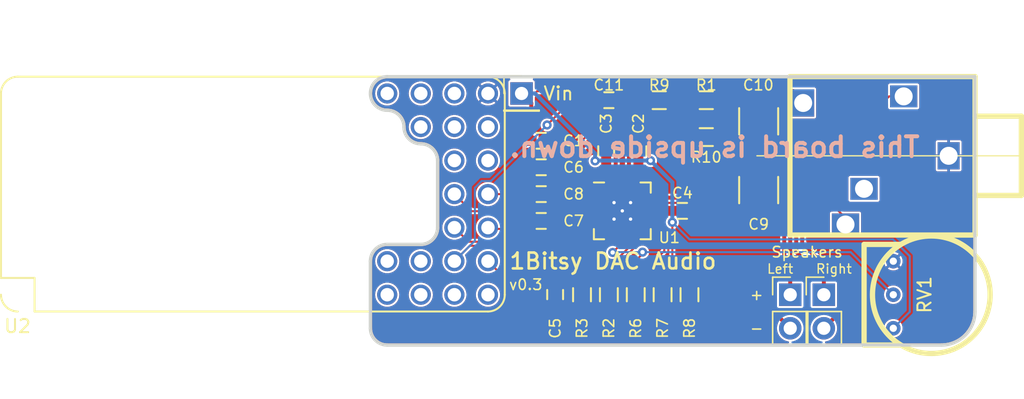
<source format=kicad_pcb>
(kicad_pcb (version 20221018) (generator pcbnew)
  (title_block (title "1UP Audio Repair") (date "2018-03-04") (rev "v0.3"))
  (layers (0 "F.Cu" signal) (31 "B.Cu" signal) (34 "B.Paste" user) (35 "F.Paste" user) (36 "B.SilkS" user "B.Silkscreen") (37 "F.SilkS" user "F.Silkscreen") (38 "B.Mask" user) (39 "F.Mask" user) (44 "Edge.Cuts" user))
  (net 0 "")
  (net 1 "VDD")
  (net 2 "GND")
  (net 3 "/VOL_ADC")
  (net 4 "Net-(C6-Pad1)")
  (net 5 "Net-(C7-Pad1)")
  (net 6 "/DAC_L")
  (net 7 "Net-(C8-Pad1)")
  (net 8 "/DAC_R")
  (net 9 "Net-(C9-Pad1)")
  (net 10 "Net-(C9-Pad2)")
  (net 11 "Net-(C10-Pad1)")
  (net 12 "Net-(C10-Pad2)")
  (net 13 "/TIP_SW")
  (net 14 "Net-(J2-Pad3)")
  (net 15 "Net-(J2-Pad4)")
  (net 16 "Net-(J4-Pad1)")
  (net 17 "Net-(J4-Pad2)")
  (net 18 "Net-(J6-Pad1)")
  (net 19 "Net-(J6-Pad2)")
  (net 20 "Net-(R2-Pad1)")
  (net 21 "Net-(R6-Pad1)")
  (net 22 "Net-(R6-Pad2)")
  (net 23 "/~{SHUTDOWN}")
  (net 24 "/MUTE")
  (net 25 "Net-(U2-Pad14)")
  (net 26 "+3V3")
  (net 27 "Net-(U2-Pad17)")
  (net 28 "Net-(U2-Pad37)")
  (net 29 "Net-(U2-Pad38)")
  (net 30 "Net-(U2-Pad39)")
  (net 31 "Net-(U2-Pad40)")
  (footprint "Capacitors_SMD:C_0603" (layer "F.Cu") (at 146.2652 82.3214)
    (fp_text reference "C1" (at 2.4384 0) (layer "F.SilkS") (effects (font (size 0.8 0.8) (thickness 0.12))))
    (fp_text value "10µF")
    (fp_line (start -0.35 -0.6) (end 0.35 -0.6) (stroke (width 0.15)) (layer "F.SilkS"))
    (fp_line (start 0.35 0.6) (end -0.35 0.6) (stroke (width 0.15)) (layer "F.SilkS"))
    (pad "1" smd rect (at -0.75 0) (size 0.8 0.75) (layers "F.Cu" "F.Paste" "F.Mask") (net 1 "VDD"))
    (pad "2" smd rect (at 0.75 0) (size 0.8 0.75) (layers "F.Cu" "F.Paste" "F.Mask") (net 2 "GND"))
  )
  (footprint "Capacitors_SMD:C_0603" (layer "F.Cu") (at 153.6192 83.0834 90)
    (fp_text reference "C2" (at 2.0574 0 90) (layer "F.SilkS") (effects (font (size 0.8 0.8) (thickness 0.12))))
    (fp_text value "100nF" hide)
    (fp_line (start -0.35 -0.6) (end 0.35 -0.6) (stroke (width 0.15)) (layer "F.SilkS"))
    (fp_line (start 0.35 0.6) (end -0.35 0.6) (stroke (width 0.15)) (layer "F.SilkS"))
    (pad "1" smd rect (at -0.75 0 90) (size 0.8 0.75) (layers "F.Cu" "F.Paste" "F.Mask") (net 1 "VDD"))
    (pad "2" smd rect (at 0.75 0 90) (size 0.8 0.75) (layers "F.Cu" "F.Paste" "F.Mask") (net 2 "GND"))
  )
  (footprint "Capacitors_SMD:C_0603" (layer "F.Cu") (at 151.1808 83.0834 90)
    (fp_text reference "C3" (at 2.0574 0 90) (layer "F.SilkS") (effects (font (size 0.8 0.8) (thickness 0.12))))
    (fp_text value "100nF" hide)
    (fp_line (start -0.35 -0.6) (end 0.35 -0.6) (stroke (width 0.15)) (layer "F.SilkS"))
    (fp_line (start 0.35 0.6) (end -0.35 0.6) (stroke (width 0.15)) (layer "F.SilkS"))
    (pad "1" smd rect (at -0.75 0 90) (size 0.8 0.75) (layers "F.Cu" "F.Paste" "F.Mask") (net 1 "VDD"))
    (pad "2" smd rect (at 0.75 0 90) (size 0.8 0.75) (layers "F.Cu" "F.Paste" "F.Mask") (net 2 "GND"))
  )
  (footprint "Capacitors_SMD:C_0603" (layer "F.Cu") (at 156.9466 87.63)
    (fp_text reference "C4" (at 0 -1.3462) (layer "F.SilkS") (effects (font (size 0.8 0.8) (thickness 0.12))))
    (fp_text value "100nF" hide)
    (fp_line (start -0.35 -0.6) (end 0.35 -0.6) (stroke (width 0.15)) (layer "F.SilkS"))
    (fp_line (start 0.35 0.6) (end -0.35 0.6) (stroke (width 0.15)) (layer "F.SilkS"))
    (pad "1" smd rect (at -0.75 0) (size 0.8 0.75) (layers "F.Cu" "F.Paste" "F.Mask") (net 1 "VDD"))
    (pad "2" smd rect (at 0.75 0) (size 0.8 0.75) (layers "F.Cu" "F.Paste" "F.Mask") (net 2 "GND"))
  )
  (footprint "Capacitors_SMD:C_0603" (layer "F.Cu") (at 147.32 93.968 -90)
    (fp_text reference "C5" (at 2.552 0 270) (layer "F.SilkS") (effects (font (size 0.8 0.8) (thickness 0.12))))
    (fp_text value "10nF")
    (fp_line (start -0.35 -0.6) (end 0.35 -0.6) (stroke (width 0.15)) (layer "F.SilkS"))
    (fp_line (start 0.35 0.6) (end -0.35 0.6) (stroke (width 0.15)) (layer "F.SilkS"))
    (pad "1" smd rect (at -0.75 0 270) (size 0.8 0.75) (layers "F.Cu" "F.Paste" "F.Mask") (net 3 "/VOL_ADC"))
    (pad "2" smd rect (at 0.75 0 270) (size 0.8 0.75) (layers "F.Cu" "F.Paste" "F.Mask") (net 2 "GND"))
  )
  (footprint "Capacitors_SMD:C_0603" (layer "F.Cu") (at 146.2659 84.328 180)
    (fp_text reference "C6" (at -2.4511 0 180) (layer "F.SilkS") (effects (font (size 0.8 0.8) (thickness 0.12))))
    (fp_text value "1µF")
    (fp_line (start -0.35 -0.6) (end 0.35 -0.6) (stroke (width 0.15)) (layer "F.SilkS"))
    (fp_line (start 0.35 0.6) (end -0.35 0.6) (stroke (width 0.15)) (layer "F.SilkS"))
    (pad "1" smd rect (at -0.75 0 180) (size 0.8 0.75) (layers "F.Cu" "F.Paste" "F.Mask") (net 4 "Net-(C6-Pad1)"))
    (pad "2" smd rect (at 0.75 0 180) (size 0.8 0.75) (layers "F.Cu" "F.Paste" "F.Mask") (net 2 "GND"))
  )
  (footprint "Capacitors_SMD:C_0603" (layer "F.Cu") (at 146.2659 88.392 180)
    (fp_text reference "C7" (at -2.4511 0 180) (layer "F.SilkS") (effects (font (size 0.8 0.8) (thickness 0.12))))
    (fp_text value "220nF")
    (fp_line (start -0.35 -0.6) (end 0.35 -0.6) (stroke (width 0.15)) (layer "F.SilkS"))
    (fp_line (start 0.35 0.6) (end -0.35 0.6) (stroke (width 0.15)) (layer "F.SilkS"))
    (pad "1" smd rect (at -0.75 0 180) (size 0.8 0.75) (layers "F.Cu" "F.Paste" "F.Mask") (net 5 "Net-(C7-Pad1)"))
    (pad "2" smd rect (at 0.75 0 180) (size 0.8 0.75) (layers "F.Cu" "F.Paste" "F.Mask") (net 6 "/DAC_L"))
  )
  (footprint "Capacitors_SMD:C_0603" (layer "F.Cu") (at 146.2659 86.36 180)
    (fp_text reference "C8" (at -2.4511 0 180) (layer "F.SilkS") (effects (font (size 0.8 0.8) (thickness 0.12))))
    (fp_text value "220nF")
    (fp_line (start -0.35 -0.6) (end 0.35 -0.6) (stroke (width 0.15)) (layer "F.SilkS"))
    (fp_line (start 0.35 0.6) (end -0.35 0.6) (stroke (width 0.15)) (layer "F.SilkS"))
    (pad "1" smd rect (at -0.75 0 180) (size 0.8 0.75) (layers "F.Cu" "F.Paste" "F.Mask") (net 7 "Net-(C8-Pad1)"))
    (pad "2" smd rect (at 0.75 0 180) (size 0.8 0.75) (layers "F.Cu" "F.Paste" "F.Mask") (net 8 "/DAC_R"))
  )
  (footprint "Capacitors_SMD:C_1210" (layer "F.Cu") (at 162.7124 86.0552 90)
    (fp_text reference "C9" (at -2.5908 0 180) (layer "F.SilkS") (effects (font (size 0.8 0.8) (thickness 0.12))))
    (fp_text value "220µF")
    (fp_line (start -1 1.475) (end 1 1.475) (stroke (width 0.15)) (layer "F.SilkS"))
    (fp_line (start 1 -1.475) (end -1 -1.475) (stroke (width 0.15)) (layer "F.SilkS"))
    (pad "1" smd rect (at -1.5 0 90) (size 1 2.5) (layers "F.Cu" "F.Paste" "F.Mask") (net 9 "Net-(C9-Pad1)"))
    (pad "2" smd rect (at 1.5 0 90) (size 1 2.5) (layers "F.Cu" "F.Paste" "F.Mask") (net 10 "Net-(C9-Pad2)"))
  )
  (footprint "Capacitors_SMD:C_1210" (layer "F.Cu") (at 162.7124 80.8482 -90)
    (fp_text reference "C10" (at -2.7432 0.0254) (layer "F.SilkS") (effects (font (size 0.8 0.8) (thickness 0.12))))
    (fp_text value "220µF")
    (fp_line (start -1 1.475) (end 1 1.475) (stroke (width 0.15)) (layer "F.SilkS"))
    (fp_line (start 1 -1.475) (end -1 -1.475) (stroke (width 0.15)) (layer "F.SilkS"))
    (pad "1" smd rect (at -1.5 0 270) (size 1 2.5) (layers "F.Cu" "F.Paste" "F.Mask") (net 11 "Net-(C10-Pad1)"))
    (pad "2" smd rect (at 1.5 0 270) (size 1 2.5) (layers "F.Cu" "F.Paste" "F.Mask") (net 12 "Net-(C10-Pad2)"))
  )
  (footprint "Capacitors_SMD:C_0603" (layer "F.Cu") (at 151.384 79.248 180)
    (fp_text reference "C11" (at 0 1.143 180) (layer "F.SilkS") (effects (font (size 0.8 0.8) (thickness 0.12))))
    (fp_text value "100nF")
    (fp_line (start -0.35 -0.6) (end 0.35 -0.6) (stroke (width 0.15)) (layer "F.SilkS"))
    (fp_line (start 0.35 0.6) (end -0.35 0.6) (stroke (width 0.15)) (layer "F.SilkS"))
    (pad "1" smd rect (at -0.75 0 180) (size 0.8 0.75) (layers "F.Cu" "F.Paste" "F.Mask") (net 13 "/TIP_SW"))
    (pad "2" smd rect (at 0.75 0 180) (size 0.8 0.75) (layers "F.Cu" "F.Paste" "F.Mask") (net 2 "GND"))
  )
  (footprint "Pin_Headers:Pin_Header_Straight_1x01_Pitch2.54mm" (layer "F.Cu") (at 144.78 78.74)
    (fp_text reference "J1")
    (fp_text value "Vin" (at 2.794 0) (layer "F.SilkS"))
    (fp_line (start -1.33 -1.33) (end 0 -1.33) (stroke (width 0.12)) (layer "F.SilkS"))
    (fp_line (start -1.33 0) (end -1.33 -1.33) (stroke (width 0.12)) (layer "F.SilkS"))
    (fp_line (start -1.33 1.27) (end -1.33 1.33) (stroke (width 0.12)) (layer "F.SilkS"))
    (fp_line (start -1.33 1.27) (end 1.33 1.27) (stroke (width 0.12)) (layer "F.SilkS"))
    (fp_line (start -1.33 1.33) (end 1.33 1.33) (stroke (width 0.12)) (layer "F.SilkS"))
    (fp_line (start 1.33 1.27) (end 1.33 1.33) (stroke (width 0.12)) (layer "F.SilkS"))
    (pad "1" thru_hole rect (at 0 0) (size 1.7 1.7) (drill 1) (layers "*.Cu" "*.Mask") (net 1 "VDD"))
  )
  (footprint "audio-repair:Switchcraft_35RAPC4BHN3" (layer "F.Cu") (at 179.08 83.46 180)
    (fp_text reference "J2")
    (fp_text value "Switchcraft_35RAPC4BHN3" hide)
    (fp_line (start -3.5 -3) (end -3.5 3) (stroke (width 0.4)) (layer "F.SilkS"))
    (fp_line (start -3.5 0) (end 16.5 0) (stroke (width 0.1)) (layer "F.SilkS"))
    (fp_line (start -3.5 3) (end 0 3) (stroke (width 0.4)) (layer "F.SilkS"))
    (fp_line (start 0 -6) (end 14 -6) (stroke (width 0.4)) (layer "F.SilkS"))
    (fp_line (start 0 -3) (end -3.5 -3) (stroke (width 0.4)) (layer "F.SilkS"))
    (fp_line (start 0 0) (end 0 -6) (stroke (width 0.4)) (layer "F.SilkS"))
    (fp_line (start 0 6) (end 0 0) (stroke (width 0.4)) (layer "F.SilkS"))
    (fp_line (start 14 -6) (end 14 6) (stroke (width 0.4)) (layer "F.SilkS"))
    (fp_line (start 14 6) (end 0 6) (stroke (width 0.4)) (layer "F.SilkS"))
    (pad "1" thru_hole rect (at 2 0 180) (size 1.66 2.06) (drill 1.36) (layers "*.Cu" "*.Mask") (net 2 "GND"))
    (pad "2" thru_hole rect (at 9.8 -5.2 180) (size 2.06 1.66) (drill 1.36) (layers "*.Cu" "*.Mask") (net 12 "Net-(C10-Pad2)"))
    (pad "3" thru_hole rect (at 8.4 -2.5 180) (size 2.06 1.66) (drill 1.36) (layers "*.Cu" "*.Mask") (net 14 "Net-(J2-Pad3)"))
    (pad "4" thru_hole rect (at 13 4 180) (size 1.66 2.06) (drill 1.36) (layers "*.Cu" "*.Mask") (net 15 "Net-(J2-Pad4)"))
    (pad "5" thru_hole rect (at 5.4 4.5 180) (size 2.06 1.66) (drill 1.36) (layers "*.Cu" "*.Mask") (net 10 "Net-(C9-Pad2)"))
  )
  (footprint "Pin_Headers:Pin_Header_Straight_1x02_Pitch2.54mm" (layer "F.Cu") (at 165.1 93.98)
    (fp_text reference "J4")
    (fp_text value "Left" (at -0.762 -1.9558) (layer "F.SilkS") (effects (font (size 0.7 0.7) (thickness 0.105))))
    (fp_line (start -1.33 -1.33) (end 0 -1.33) (stroke (width 0.12)) (layer "F.SilkS"))
    (fp_line (start -1.33 0) (end -1.33 -1.33) (stroke (width 0.12)) (layer "F.SilkS"))
    (fp_line (start -1.33 1.27) (end -1.33 3.87) (stroke (width 0.12)) (layer "F.SilkS"))
    (fp_line (start -1.33 1.27) (end 1.33 1.27) (stroke (width 0.12)) (layer "F.SilkS"))
    (fp_line (start -1.33 3.87) (end 1.33 3.87) (stroke (width 0.12)) (layer "F.SilkS"))
    (fp_line (start 1.33 1.27) (end 1.33 3.87) (stroke (width 0.12)) (layer "F.SilkS"))
    (pad "1" thru_hole rect (at 0 0) (size 1.7 1.7) (drill 1) (layers "*.Cu" "*.Mask") (net 16 "Net-(J4-Pad1)"))
    (pad "2" thru_hole oval (at 0 2.54) (size 1.7 1.7) (drill 1) (layers "*.Cu" "*.Mask") (net 17 "Net-(J4-Pad2)"))
  )
  (footprint "Pin_Headers:Pin_Header_Straight_1x02_Pitch2.54mm" (layer "F.Cu") (at 167.64 93.98)
    (fp_text reference "J6")
    (fp_text value "Right" (at 0.762 -1.9558) (layer "F.SilkS") (effects (font (size 0.7 0.7) (thickness 0.105))))
    (fp_line (start -1.33 -1.33) (end 0 -1.33) (stroke (width 0.12)) (layer "F.SilkS"))
    (fp_line (start -1.33 0) (end -1.33 -1.33) (stroke (width 0.12)) (layer "F.SilkS"))
    (fp_line (start -1.33 1.27) (end -1.33 3.87) (stroke (width 0.12)) (layer "F.SilkS"))
    (fp_line (start -1.33 1.27) (end 1.33 1.27) (stroke (width 0.12)) (layer "F.SilkS"))
    (fp_line (start -1.33 3.87) (end 1.33 3.87) (stroke (width 0.12)) (layer "F.SilkS"))
    (fp_line (start 1.33 1.27) (end 1.33 3.87) (stroke (width 0.12)) (layer "F.SilkS"))
    (pad "1" thru_hole rect (at 0 0) (size 1.7 1.7) (drill 1) (layers "*.Cu" "*.Mask") (net 18 "Net-(J6-Pad1)"))
    (pad "2" thru_hole oval (at 0 2.54) (size 1.7 1.7) (drill 1) (layers "*.Cu" "*.Mask") (net 19 "Net-(J6-Pad2)"))
  )
  (footprint "Resistors_SMD:R_0603" (layer "F.Cu") (at 158.75 79.248)
    (fp_text reference "R1" (at 0 -1.143) (layer "F.SilkS") (effects (font (size 0.8 0.8) (thickness 0.12))))
    (fp_text value "100K")
    (fp_line (start -0.5 -0.675) (end 0.5 -0.675) (stroke (width 0.15)) (layer "F.SilkS"))
    (fp_line (start 0.5 0.675) (end -0.5 0.675) (stroke (width 0.15)) (layer "F.SilkS"))
    (pad "1" smd rect (at -0.75 0) (size 0.5 0.9) (layers "F.Cu" "F.Paste" "F.Mask") (net 1 "VDD"))
    (pad "2" smd rect (at 0.75 0) (size 0.5 0.9) (layers "F.Cu" "F.Paste" "F.Mask") (net 15 "Net-(J2-Pad4)"))
  )
  (footprint "Resistors_SMD:R_0603" (layer "F.Cu") (at 151.384 93.98 -90)
    (fp_text reference "R2" (at 2.54 0 270) (layer "F.SilkS") (effects (font (size 0.8 0.8) (thickness 0.12))))
    (fp_text value "680K")
    (fp_line (start -0.5 -0.675) (end 0.5 -0.675) (stroke (width 0.15)) (layer "F.SilkS"))
    (fp_line (start 0.5 0.675) (end -0.5 0.675) (stroke (width 0.15)) (layer "F.SilkS"))
    (pad "1" smd rect (at -0.75 0 270) (size 0.5 0.9) (layers "F.Cu" "F.Paste" "F.Mask") (net 20 "Net-(R2-Pad1)"))
    (pad "2" smd rect (at 0.75 0 270) (size 0.5 0.9) (layers "F.Cu" "F.Paste" "F.Mask") (net 3 "/VOL_ADC"))
  )
  (footprint "Resistors_SMD:R_0603" (layer "F.Cu") (at 149.352 93.98 -90)
    (fp_text reference "R3" (at 2.54 0 270) (layer "F.SilkS") (effects (font (size 0.8 0.8) (thickness 0.12))))
    (fp_text value "1M")
    (fp_line (start -0.5 -0.675) (end 0.5 -0.675) (stroke (width 0.15)) (layer "F.SilkS"))
    (fp_line (start 0.5 0.675) (end -0.5 0.675) (stroke (width 0.15)) (layer "F.SilkS"))
    (pad "1" smd rect (at -0.75 0 270) (size 0.5 0.9) (layers "F.Cu" "F.Paste" "F.Mask") (net 3 "/VOL_ADC"))
    (pad "2" smd rect (at 0.75 0 270) (size 0.5 0.9) (layers "F.Cu" "F.Paste" "F.Mask") (net 2 "GND"))
  )
  (footprint "Resistors_SMD:R_0603" (layer "F.Cu") (at 153.416 93.98 90)
    (fp_text reference "R6" (at -2.54 0 90) (layer "F.SilkS") (effects (font (size 0.8 0.8) (thickness 0.12))))
    (fp_text value "33K")
    (fp_line (start -0.5 -0.675) (end 0.5 -0.675) (stroke (width 0.15)) (layer "F.SilkS"))
    (fp_line (start 0.5 0.675) (end -0.5 0.675) (stroke (width 0.15)) (layer "F.SilkS"))
    (pad "1" smd rect (at -0.75 0 90) (size 0.5 0.9) (layers "F.Cu" "F.Paste" "F.Mask") (net 21 "Net-(R6-Pad1)"))
    (pad "2" smd rect (at 0.75 0 90) (size 0.5 0.9) (layers "F.Cu" "F.Paste" "F.Mask") (net 22 "Net-(R6-Pad2)"))
  )
  (footprint "Resistors_SMD:R_0603" (layer "F.Cu") (at 155.448 93.98 -90)
    (fp_text reference "R7" (at 2.54 0 270) (layer "F.SilkS") (effects (font (size 0.8 0.8) (thickness 0.12))))
    (fp_text value "18K")
    (fp_line (start -0.5 -0.675) (end 0.5 -0.675) (stroke (width 0.15)) (layer "F.SilkS"))
    (fp_line (start 0.5 0.675) (end -0.5 0.675) (stroke (width 0.15)) (layer "F.SilkS"))
    (pad "1" smd rect (at -0.75 0 270) (size 0.5 0.9) (layers "F.Cu" "F.Paste" "F.Mask") (net 1 "VDD"))
    (pad "2" smd rect (at 0.75 0 270) (size 0.5 0.9) (layers "F.Cu" "F.Paste" "F.Mask") (net 21 "Net-(R6-Pad1)"))
  )
  (footprint "Resistors_SMD:R_0603" (layer "F.Cu") (at 157.48 93.98 90)
    (fp_text reference "R8" (at -2.54 0 90) (layer "F.SilkS") (effects (font (size 0.8 0.8) (thickness 0.12))))
    (fp_text value "33K")
    (fp_line (start -0.5 -0.675) (end 0.5 -0.675) (stroke (width 0.15)) (layer "F.SilkS"))
    (fp_line (start 0.5 0.675) (end -0.5 0.675) (stroke (width 0.15)) (layer "F.SilkS"))
    (pad "1" smd rect (at -0.75 0 90) (size 0.5 0.9) (layers "F.Cu" "F.Paste" "F.Mask") (net 21 "Net-(R6-Pad1)"))
    (pad "2" smd rect (at 0.75 0 90) (size 0.5 0.9) (layers "F.Cu" "F.Paste" "F.Mask") (net 2 "GND"))
  )
  (footprint "Resistors_SMD:R_0603" (layer "F.Cu") (at 155.194 79.248 180)
    (fp_text reference "R9" (at 0 1.143 180) (layer "F.SilkS") (effects (font (size 0.8 0.8) (thickness 0.12))))
    (fp_text value "51K")
    (fp_line (start -0.5 -0.675) (end 0.5 -0.675) (stroke (width 0.15)) (layer "F.SilkS"))
    (fp_line (start 0.5 0.675) (end -0.5 0.675) (stroke (width 0.15)) (layer "F.SilkS"))
    (pad "1" smd rect (at -0.75 0 180) (size 0.5 0.9) (layers "F.Cu" "F.Paste" "F.Mask") (net 15 "Net-(J2-Pad4)"))
    (pad "2" smd rect (at 0.75 0 180) (size 0.5 0.9) (layers "F.Cu" "F.Paste" "F.Mask") (net 13 "/TIP_SW"))
  )
  (footprint "Resistors_SMD:R_0603" (layer "F.Cu") (at 158.75 82.042)
    (fp_text reference "R10" (at 0 1.524) (layer "F.SilkS") (effects (font (size 0.8 0.8) (thickness 0.12))))
    (fp_text value "10K")
    (fp_line (start -0.5 -0.675) (end 0.5 -0.675) (stroke (width 0.15)) (layer "F.SilkS"))
    (fp_line (start 0.5 0.675) (end -0.5 0.675) (stroke (width 0.15)) (layer "F.SilkS"))
    (pad "1" smd rect (at -0.75 0) (size 0.5 0.9) (layers "F.Cu" "F.Paste" "F.Mask") (net 2 "GND"))
    (pad "2" smd rect (at 0.75 0) (size 0.5 0.9) (layers "F.Cu" "F.Paste" "F.Mask") (net 10 "Net-(C9-Pad2)"))
  )
  (footprint "audio-repair:Potentiometer_Bourns_3352T" (layer "F.Cu") (at 175.77 93.98 -90)
    (fp_text reference "RV1" (at 0 0.51 270) (layer "F.SilkS"))
    (fp_text value "50K")
    (fp_line (start -3.81 5.085) (end -3.81 2.4) (stroke (width 0.4)) (layer "F.SilkS"))
    (fp_line (start -3.81 5.085) (end 3.81 5.085) (stroke (width 0.4)) (layer "F.SilkS"))
    (fp_line (start 3.81 5.085) (end 3.81 2.4) (stroke (width 0.4)) (layer "F.SilkS"))
    (fp_circle (center 0 0) (end 0 -4.45) (stroke (width 0.4)) (fill none) (layer "F.SilkS"))
    (pad "1" thru_hole circle (at -2.54 2.875 270) (size 1.1 1.1) (drill 0.55) (layers "*.Cu" "*.Mask") (net 2 "GND"))
    (pad "2" thru_hole circle (at 0 2.875 270) (size 1.1 1.1) (drill 0.55) (layers "*.Cu" "*.Mask") (net 20 "Net-(R2-Pad1)"))
    (pad "3" thru_hole circle (at 2.54 2.875 270) (size 1.1 1.1) (drill 0.55) (layers "*.Cu" "*.Mask") (net 1 "VDD"))
  )
  (footprint "audio-repair:QFN-20-1EP_4x4mm_Pitch0.5mm" (layer "F.Cu") (at 152.4 87.63)
    (fp_text reference "U1" (at 3.556 2.032) (layer "F.SilkS") (effects (font (size 0.8 0.8) (thickness 0.12))))
    (fp_text value "PAM8019KGR" hide)
    (fp_line (start -2.15 -2.15) (end -1.375 -2.15) (stroke (width 0.15)) (layer "F.SilkS"))
    (fp_line (start -2.15 2.15) (end -2.15 1.375) (stroke (width 0.15)) (layer "F.SilkS"))
    (fp_line (start -2.15 2.15) (end -1.375 2.15) (stroke (width 0.15)) (layer "F.SilkS"))
    (fp_line (start 2.15 -2.15) (end 1.375 -2.15) (stroke (width 0.15)) (layer "F.SilkS"))
    (fp_line (start 2.15 -2.15) (end 2.15 -1.375) (stroke (width 0.15)) (layer "F.SilkS"))
    (fp_line (start 2.15 2.15) (end 1.375 2.15) (stroke (width 0.15)) (layer "F.SilkS"))
    (fp_line (start 2.15 2.15) (end 2.15 1.375) (stroke (width 0.15)) (layer "F.SilkS"))
    (pad "1" smd oval (at -1.965 -1) (size 0.73 0.3) (layers "F.Cu" "F.Paste" "F.Mask") (net 19 "Net-(J6-Pad2)"))
    (pad "2" smd oval (at -1.965 -0.5) (size 0.73 0.3) (layers "F.Cu" "F.Paste" "F.Mask") (net 11 "Net-(C10-Pad1)"))
    (pad "3" smd oval (at -1.965 0) (size 0.73 0.3) (layers "F.Cu" "F.Paste" "F.Mask") (net 23 "/~{SHUTDOWN}"))
    (pad "4" smd oval (at -1.965 0.5) (size 0.73 0.3) (layers "F.Cu" "F.Paste" "F.Mask") (net 4 "Net-(C6-Pad1)"))
    (pad "5" smd oval (at -1.965 1) (size 0.73 0.3) (layers "F.Cu" "F.Paste" "F.Mask") (net 7 "Net-(C8-Pad1)"))
    (pad "6" smd oval (at -1 1.965 90) (size 0.73 0.3) (layers "F.Cu" "F.Paste" "F.Mask") (net 2 "GND"))
    (pad "7" smd oval (at -0.5 1.965 90) (size 0.73 0.3) (layers "F.Cu" "F.Paste" "F.Mask") (net 5 "Net-(C7-Pad1)"))
    (pad "8" smd oval (at 0 1.965 90) (size 0.73 0.3) (layers "F.Cu" "F.Paste" "F.Mask") (net 20 "Net-(R2-Pad1)"))
    (pad "9" smd oval (at 0.5 1.965 90) (size 0.73 0.3) (layers "F.Cu" "F.Paste" "F.Mask") (net 24 "/MUTE"))
    (pad "10" smd oval (at 1 1.965 90) (size 0.73 0.3) (layers "F.Cu" "F.Paste" "F.Mask") (net 13 "/TIP_SW"))
    (pad "11" smd oval (at 1.965 1) (size 0.73 0.3) (layers "F.Cu" "F.Paste" "F.Mask") (net 2 "GND"))
    (pad "12" smd oval (at 1.965 0.5) (size 0.73 0.3) (layers "F.Cu" "F.Paste" "F.Mask") (net 22 "Net-(R6-Pad2)"))
    (pad "13" smd oval (at 1.965 0) (size 0.73 0.3) (layers "F.Cu" "F.Paste" "F.Mask") (net 1 "VDD"))
    (pad "14" smd oval (at 1.965 -0.5) (size 0.73 0.3) (layers "F.Cu" "F.Paste" "F.Mask") (net 9 "Net-(C9-Pad1)"))
    (pad "15" smd oval (at 1.965 -1) (size 0.73 0.3) (layers "F.Cu" "F.Paste" "F.Mask") (net 17 "Net-(J4-Pad2)"))
    (pad "16" smd oval (at 1 -1.965 90) (size 0.73 0.3) (layers "F.Cu" "F.Paste" "F.Mask") (net 1 "VDD"))
    (pad "17" smd oval (at 0.5 -1.965 90) (size 0.73 0.3) (layers "F.Cu" "F.Paste" "F.Mask") (net 16 "Net-(J4-Pad1)"))
    (pad "18" smd oval (at 0 -1.965 90) (size 0.73 0.3) (layers "F.Cu" "F.Paste" "F.Mask") (net 2 "GND"))
    (pad "19" smd oval (at -0.5 -1.965 90) (size 0.73 0.3) (layers "F.Cu" "F.Paste" "F.Mask") (net 18 "Net-(J6-Pad1)"))
    (pad "20" smd oval (at -1 -1.965 90) (size 0.73 0.3) (layers "F.Cu" "F.Paste" "F.Mask") (net 1 "VDD"))
    (pad "21" thru_hole circle (at -0.625 -0.625) (size 0.3 0.3) (drill 0.254) (layers "*.Cu" "*.Mask") (net 2 "GND"))
    (pad "21" smd rect (at -0.625 -0.625) (size 1.25 1.25) (layers "F.Cu" "F.Paste" "F.Mask") (net 2 "GND"))
    (pad "21" thru_hole circle (at -0.625 0.625) (size 0.3 0.3) (drill 0.254) (layers "*.Cu" "*.Mask") (net 2 "GND"))
    (pad "21" smd rect (at -0.625 0.625) (size 1.25 1.25) (layers "F.Cu" "F.Paste" "F.Mask") (net 2 "GND"))
    (pad "21" thru_hole circle (at 0 0) (size 0.3 0.3) (drill 0.254) (layers "*.Cu" "*.Mask") (net 2 "GND"))
    (pad "21" thru_hole circle (at 0.625 -0.625) (size 0.3 0.3) (drill 0.254) (layers "*.Cu" "*.Mask") (net 2 "GND"))
    (pad "21" smd rect (at 0.625 -0.625) (size 1.25 1.25) (layers "F.Cu" "F.Paste" "F.Mask") (net 2 "GND"))
    (pad "21" thru_hole circle (at 0.625 0.625) (size 0.3 0.3) (drill 0.254) (layers "*.Cu" "*.Mask") (net 2 "GND"))
    (pad "21" smd rect (at 0.625 0.625) (size 1.25 1.25) (layers "F.Cu" "F.Paste" "F.Mask") (net 2 "GND"))
  )
  (footprint "audio-repair:1bitsy-stub" (layer "F.Cu") (at 106.68 93.98 90)
    (fp_text reference "U2" (at -2.38 -0.02 180) (layer "F.SilkS"))
    (fp_text value "1bitsy-basic-stubby")
    (fp_line (start -1.27 1.27) (end -1.27 35.56) (stroke (width 0.15)) (layer "F.SilkS"))
    (fp_line (start 0 36.83) (end 15.24 36.83) (stroke (width 0.15)) (layer "F.SilkS"))
    (fp_line (start 1.27 -1.27) (end 1.27 1.27) (stroke (width 0.15)) (layer "F.SilkS"))
    (fp_line (start 1.27 -1.27) (end 15.24 -1.27) (stroke (width 0.15)) (layer "F.SilkS"))
    (fp_line (start 1.27 1.27) (end -1.27 1.27) (stroke (width 0.15)) (layer "F.SilkS"))
    (fp_line (start 16.51 35.56) (end 16.51 0) (stroke (width 0.15)) (layer "F.SilkS"))
    (fp_arc (start -1.27 0) (mid -0.898026 -0.898026) (end 0 -1.27) (stroke (width 0.15)) (layer "F.SilkS"))
    (fp_arc (start 0 36.83) (mid -0.898026 36.458026) (end -1.27 35.56) (stroke (width 0.15)) (layer "F.SilkS"))
    (fp_arc (start 15.24 -1.27) (mid 16.138026 -0.898026) (end 16.51 0) (stroke (width 0.15)) (layer "F.SilkS"))
    (fp_arc (start 16.51 35.56) (mid 16.138026 36.458026) (end 15.24 36.83) (stroke (width 0.15)) (layer "F.SilkS"))
    (pad "12" thru_hole circle (at 0 27.94) (size 1.524 1.524) (drill 1.016) (layers "*.Cu" "*.Mask"))
    (pad "13" thru_hole circle (at 0 30.48) (size 1.524 1.524) (drill 1.016) (layers "*.Cu" "*.Mask"))
    (pad "14" thru_hole circle (at 0 33.02) (size 1.524 1.524) (drill 1.016) (layers "*.Cu" "*.Mask") (net 25 "Net-(U2-Pad14)"))
    (pad "15" thru_hole circle (at 0 35.56) (size 1.524 1.524) (drill 1.016) (layers "*.Cu" "*.Mask") (net 26 "+3V3"))
    (pad "16" thru_hole circle (at 15.24 35.56) (size 1.524 1.524) (drill 1.016) (layers "*.Cu" "*.Mask") (net 2 "GND"))
    (pad "17" thru_hole circle (at 15.24 33.02) (size 1.524 1.524) (drill 1.016) (layers "*.Cu" "*.Mask") (net 27 "Net-(U2-Pad17)"))
    (pad "18" thru_hole circle (at 15.24 30.48) (size 1.524 1.524) (drill 1.016) (layers "*.Cu" "*.Mask"))
    (pad "19" thru_hole circle (at 15.24 27.94) (size 1.524 1.524) (drill 1.016) (layers "*.Cu" "*.Mask"))
    (pad "31" thru_hole circle (at 2.54 33.02) (size 1.524 1.524) (drill 1.016) (layers "*.Cu" "*.Mask") (net 13 "/TIP_SW"))
    (pad "32" thru_hole circle (at 2.54 35.56) (size 1.524 1.524) (drill 1.016) (layers "*.Cu" "*.Mask") (net 3 "/VOL_ADC"))
    (pad "33" thru_hole circle (at 5.08 33.02) (size 1.524 1.524) (drill 1.016) (layers "*.Cu" "*.Mask") (net 24 "/MUTE"))
    (pad "34" thru_hole circle (at 5.08 35.56) (size 1.524 1.524) (drill 1.016) (layers "*.Cu" "*.Mask") (net 23 "/~{SHUTDOWN}"))
    (pad "35" thru_hole circle (at 7.62 33.02) (size 1.524 1.524) (drill 1.016) (layers "*.Cu" "*.Mask") (net 6 "/DAC_L"))
    (pad "36" thru_hole circle (at 7.62 35.56) (size 1.524 1.524) (drill 1.016) (layers "*.Cu" "*.Mask") (net 8 "/DAC_R"))
    (pad "37" thru_hole circle (at 10.16 33.02) (size 1.524 1.524) (drill 1.016) (layers "*.Cu" "*.Mask") (net 28 "Net-(U2-Pad37)"))
    (pad "38" thru_hole circle (at 10.16 35.56) (size 1.524 1.524) (drill 1.016) (layers "*.Cu" "*.Mask") (net 29 "Net-(U2-Pad38)"))
    (pad "39" thru_hole circle (at 12.7 33.02) (size 1.524 1.524) (drill 1.016) (layers "*.Cu" "*.Mask") (net 30 "Net-(U2-Pad39)"))
    (pad "40" thru_hole circle (at 12.7 35.56) (size 1.524 1.524) (drill 1.016) (layers "*.Cu" "*.Mask") (net 31 "Net-(U2-Pad40)"))
    (pad "42" thru_hole circle (at 2.54 27.94) (size 1.524 1.524) (drill 1.016) (layers "*.Cu" "*.Mask"))
    (pad "43" thru_hole circle (at 2.54 30.48) (size 1.524 1.524) (drill 1.016) (layers "*.Cu" "*.Mask"))
    (pad "44" thru_hole circle (at 12.7 30.48) (size 1.524 1.524) (drill 1.016) (layers "*.Cu" "*.Mask"))
  )
  (gr_arc (start 134.62 97.79) (mid 133.721974 97.418026) (end 133.35 96.52) (stroke (width 0.254)) (layer "Edge.Cuts"))
  (gr_arc (start 179.07 95.25) (mid 178.326051 97.046051) (end 176.53 97.79) (stroke (width 0.254)) (layer "Edge.Cuts"))
  (gr_line (start 137.16 90.17) (end 134.62 90.17) (stroke (width 0.254)) (layer "Edge.Cuts"))
  (gr_line (start 138.43 88.9) (end 138.43 83.82) (stroke (width 0.254)) (layer "Edge.Cuts"))
  (gr_arc (start 137.16 82.55) (mid 138.058026 82.921974) (end 138.43 83.82) (stroke (width 0.254)) (layer "Edge.Cuts"))
  (gr_arc (start 138.43 88.9) (mid 138.058026 89.798026) (end 137.16 90.17) (stroke (width 0.254)) (layer "Edge.Cuts"))
  (gr_arc (start 134.62 80.01) (mid 135.518026 80.381974) (end 135.89 81.28) (stroke (width 0.254)) (layer "Edge.Cuts"))
  (gr_arc (start 137.16 82.55) (mid 136.261974 82.178026) (end 135.89 81.28) (stroke (width 0.254)) (layer "Edge.Cuts"))
  (gr_line (start 176.53 97.79) (end 134.62 97.79) (stroke (width 0.254)) (layer "Edge.Cuts"))
  (gr_line (start 134.62 77.47) (end 179.07 77.47) (stroke (width 0.254)) (layer "Edge.Cuts"))
  (gr_line (start 179.07 77.47) (end 179.07 95.25) (stroke (width 0.254)) (layer "Edge.Cuts"))
  (gr_arc (start 134.62 80.01) (mid 133.35 78.74) (end 134.62 77.47) (stroke (width 0.254)) (layer "Edge.Cuts"))
  (gr_line (start 133.35 91.44) (end 133.35 96.52) (stroke (width 0.254)) (layer "Edge.Cuts"))
  (gr_arc (start 133.35 91.44) (mid 133.721974 90.541974) (end 134.62 90.17) (stroke (width 0.254)) (layer "Edge.Cuts"))
  (gr_text "This board is upside down." (at 159.385 82.804) (layer "B.SilkS") (effects (font (size 1.5 1.5) (thickness 0.3)) (justify mirror)))
  (gr_text "+" (at 162.56 93.98) (layer "F.SilkS") (effects (font (size 0.8 0.8) (thickness 0.12))))
  (gr_text "-\n" (at 162.56 96.52) (layer "F.SilkS") (effects (font (size 0.8 0.8) (thickness 0.12))))
  (gr_text "1Bitsy DAC Audio" (at 143.764 91.44) (layer "F.SilkS") (effects (font (size 1.2 1.2) (thickness 0.2)) (justify left)))
  (gr_text "v0.3" (at 143.764 93.218) (layer "F.SilkS") (effects (font (size 0.8 0.8) (thickness 0.12)) (justify left)))
  (gr_text "Speakers" (at 166.37 90.7542) (layer "F.SilkS") (effects (font (size 0.8 0.8) (thickness 0.12))))
  (segment (start 153.4 85.665) (end 153.4 84.0526) (width 0.3) (layer "F.Cu") (net 1))
  (segment (start 145.5152 79.4752) (end 144.78 78.74) (width 0.3) (layer "F.Cu") (net 1))
  (segment (start 151.1808 83.8334) (end 150.3546 83.8334) (width 0.1524) (layer "F.Cu") (net 1))
  (segment (start 153.4 84.0526) (end 153.6192 83.8334) (width 0.3) (layer "F.Cu") (net 1))
  (segment (start 150.3546 83.8334) (end 150.3426 83.8454) (width 0.1524) (layer "F.Cu") (net 1))
  (segment (start 151.4 84.0526) (end 151.1808 83.8334) (width 0.3) (layer "F.Cu") (net 1))
  (segment (start 156.918999 78.569399) (end 157.5976 79.248) (width 0.1524) (layer "F.Cu") (net 1))
  (segment (start 145.7824 78.74) (end 145.953001 78.569399) (width 0.1524) (layer "F.Cu") (net 1))
  (segment (start 151.4 85.665) (end 151.4 84.0526) (width 0.3) (layer "F.Cu") (net 1))
  (segment (start 157.5976 79.248) (end 158 79.248) (width 0.1524) (layer "F.Cu") (net 1))
  (segment (start 156.1966 87.63) (end 154.365 87.63) (width 0.3) (layer "F.Cu") (net 1))
  (segment (start 144.78 78.74) (end 145.7824 78.74) (width 0.1524) (layer "F.Cu") (net 1))
  (segment (start 154.5202 83.8334) (end 154.5336 83.82) (width 0.1524) (layer "F.Cu") (net 1))
  (segment (start 145.953001 78.569399) (end 156.918999 78.569399) (width 0.1524) (layer "F.Cu") (net 1))
  (segment (start 156.1846 92.6934) (end 155.648 93.23) (width 0.1524) (layer "F.Cu") (net 1))
  (segment (start 156.1846 88.4936) (end 156.1846 92.6934) (width 0.1524) (layer "F.Cu") (net 1))
  (segment (start 155.648 93.23) (end 155.448 93.23) (width 0.1524) (layer "F.Cu") (net 1))
  (segment (start 153.6192 83.8334) (end 154.5202 83.8334) (width 0.1524) (layer "F.Cu") (net 1))
  (segment (start 145.5152 82.3214) (end 145.5152 79.4752) (width 0.3) (layer "F.Cu") (net 1))
  (segment (start 156.1966 87.63) (end 156.1966 88.4816) (width 0.1524) (layer "F.Cu") (net 1))
  (segment (start 156.1966 88.4816) (end 156.1846 88.4936) (width 0.1524) (layer "F.Cu") (net 1))
  (via (at 156.1846 88.4936) (size 0.6858) (drill 0.3302) (layers "F.Cu" "B.Cu") (net 1))
  (via (at 154.5336 83.82) (size 0.6858) (drill 0.3302) (layers "F.Cu" "B.Cu") (net 1))
  (via (at 150.3426 83.8454) (size 0.6858) (drill 0.3302) (layers "F.Cu" "B.Cu") (net 1))
  (segment (start 174.14 91.06) (end 174.14 95.275) (width 0.1524) (layer "B.Cu") (net 1))
  (segment (start 154.5336 83.82) (end 150.368 83.82) (width 0.3) (layer "B.Cu") (net 1))
  (segment (start 156.1846 88.4936) (end 156.1846 85.471) (width 0.3) (layer "B.Cu") (net 1))
  (segment (start 150.3426 83.2826) (end 145.8 78.74) (width 0.3) (layer "B.Cu") (net 1))
  (segment (start 172.869 89.789) (end 174.14 91.06) (width 0.1524) (layer "B.Cu") (net 1))
  (segment (start 173.444999 95.970001) (end 172.895 96.52) (width 0.1524) (layer "B.Cu") (net 1))
  (segment (start 145.8 78.74) (end 144.78 78.74) (width 0.3) (layer "B.Cu") (net 1))
  (segment (start 156.1846 85.471) (end 154.5336 83.82) (width 0.3) (layer "B.Cu") (net 1))
  (segment (start 157.48 89.789) (end 172.869 89.789) (width 0.1524) (layer "B.Cu") (net 1))
  (segment (start 174.14 95.275) (end 173.444999 95.970001) (width 0.1524) (layer "B.Cu") (net 1))
  (segment (start 150.368 83.82) (end 150.3426 83.8454) (width 0.1524) (layer "B.Cu") (net 1))
  (segment (start 150.3426 83.8454) (end 150.3426 83.2826) (width 0.3) (layer "B.Cu") (net 1))
  (segment (start 156.1846 88.4936) (end 157.48 89.789) (width 0.1524) (layer "B.Cu") (net 1))
  (segment (start 151.384 94.73) (end 151.184 94.73) (width 0.1524) (layer "F.Cu") (net 3))
  (segment (start 149.352 93.23) (end 147.332 93.23) (width 0.1524) (layer "F.Cu") (net 3))
  (segment (start 149.684 93.23) (end 149.352 93.23) (width 0.1524) (layer "F.Cu") (net 3))
  (segment (start 151.184 94.73) (end 149.684 93.23) (width 0.1524) (layer "F.Cu") (net 3))
  (segment (start 144.018 93.218) (end 142.24 91.44) (width 0.1524) (layer "F.Cu") (net 3))
  (segment (start 147.32 93.218) (end 144.018 93.218) (width 0.1524) (layer "F.Cu") (net 3))
  (segment (start 147.332 93.23) (end 147.32 93.218) (width 0.1524) (layer "F.Cu") (net 3))
  (segment (start 149.9176 88.13) (end 150.435 88.13) (width 0.1524) (layer "F.Cu") (net 4))
  (segment (start 150.427 88.138) (end 150.435 88.13) (width 0.1524) (layer "F.Cu") (net 4))
  (segment (start 147.0159 84.328) (end 147.0409 84.328) (width 0.1524) (layer "F.Cu") (net 4))
  (segment (start 147.0409 84.328) (end 147.8534 85.1405) (width 0.1524) (layer "F.Cu") (net 4))
  (segment (start 147.8534 86.0658) (end 149.9176 88.13) (width 0.1524) (layer "F.Cu") (net 4))
  (segment (start 147.8534 85.1405) (end 147.8534 86.0658) (width 0.1524) (layer "F.Cu") (net 4))
  (segment (start 148.28511 90.18861) (end 151.82379 90.18861) (width 0.1524) (layer "F.Cu") (net 5))
  (segment (start 151.9 90.1124) (end 151.9 89.595) (width 0.1524) (layer "F.Cu") (net 5))
  (segment (start 147.0159 88.392) (end 147.0159 88.9194) (width 0.1524) (layer "F.Cu") (net 5))
  (segment (start 147.0159 88.9194) (end 148.28511 90.18861) (width 0.1524) (layer "F.Cu") (net 5))
  (segment (start 151.82379 90.18861) (end 151.9 90.1124) (width 0.1524) (layer "F.Cu") (net 5))
  (segment (start 144.2269 87.6554) (end 144.9635 88.392) (width 0.1524) (layer "F.Cu") (net 6))
  (segment (start 140.9954 87.6554) (end 144.2269 87.6554) (width 0.1524) (layer "F.Cu") (net 6))
  (segment (start 144.9635 88.392) (end 145.5159 88.392) (width 0.1524) (layer "F.Cu") (net 6))
  (segment (start 139.7 86.36) (end 140.9954 87.6554) (width 0.1524) (layer "F.Cu") (net 6))
  (segment (start 147.0159 86.36) (end 147.5683 86.36) (width 0.1524) (layer "F.Cu") (net 7))
  (segment (start 147.5683 86.36) (end 149.8383 88.63) (width 0.1524) (layer "F.Cu") (net 7))
  (segment (start 149.8383 88.63) (end 149.9176 88.63) (width 0.1524) (layer "F.Cu") (net 7))
  (segment (start 149.9176 88.63) (end 150.435 88.63) (width 0.1524) (layer "F.Cu") (net 7))
  (segment (start 142.24 86.36) (end 143.31763 86.36) (width 0.1524) (layer "F.Cu") (net 8))
  (segment (start 143.31763 86.36) (end 145.5159 86.36) (width 0.1524) (layer "F.Cu") (net 8))
  (segment (start 154.8824 87.13) (end 154.986001 87.026399) (width 0.1524) (layer "F.Cu") (net 9))
  (segment (start 158.808282 87.5552) (end 159.6658 87.5552) (width 0.1524) (layer "F.Cu") (net 9))
  (segment (start 158.279481 87.026399) (end 158.808282 87.5552) (width 0.1524) (layer "F.Cu") (net 9))
  (segment (start 154.365 87.13) (end 154.8824 87.13) (width 0.1524) (layer "F.Cu") (net 9))
  (segment (start 159.6658 87.5552) (end 162.7124 87.5552) (width 0.1524) (layer "F.Cu") (net 9))
  (segment (start 154.986001 87.026399) (end 158.279481 87.026399) (width 0.1524) (layer "F.Cu") (net 9))
  (segment (start 161.593718 81.3054) (end 170.2322 81.3054) (width 0.1524) (layer "F.Cu") (net 10))
  (segment (start 160.857118 82.042) (end 160.857118 83.449918) (width 0.1524) (layer "F.Cu") (net 10))
  (segment (start 160.857118 82.042) (end 161.233799 81.665319) (width 0.1524) (layer "F.Cu") (net 10))
  (segment (start 159.5 82.042) (end 160.857118 82.042) (width 0.1524) (layer "F.Cu") (net 10))
  (segment (start 161.233799 81.665319) (end 161.593718 81.3054) (width 0.1524) (layer "F.Cu") (net 10))
  (segment (start 170.2322 81.3054) (end 172.5776 78.96) (width 0.1524) (layer "F.Cu") (net 10))
  (segment (start 161.9624 84.5552) (end 162.7124 84.5552) (width 0.1524) (layer "F.Cu") (net 10))
  (segment (start 172.5776 78.96) (end 173.68 78.96) (width 0.1524) (layer "F.Cu") (net 10))
  (segment (start 160.857118 83.449918) (end 161.9624 84.5552) (width 0.1524) (layer "F.Cu") (net 10))
  (segment (start 151.014444 80.645) (end 148.5646 83.094844) (width 0.1524) (layer "F.Cu") (net 11))
  (segment (start 148.5646 83.094844) (end 148.5646 85.777) (width 0.1524) (layer "F.Cu") (net 11))
  (segment (start 162.7124 79.3482) (end 162.7124 80.0006) (width 0.1524) (layer "F.Cu") (net 11))
  (segment (start 148.5646 85.777) (end 149.9176 87.13) (width 0.1524) (layer "F.Cu") (net 11))
  (segment (start 149.9176 87.13) (end 150.435 87.13) (width 0.1524) (layer "F.Cu") (net 11))
  (segment (start 162.7124 80.0006) (end 162.068 80.645) (width 0.1524) (layer "F.Cu") (net 11))
  (segment (start 162.068 80.645) (end 151.014444 80.645) (width 0.1524) (layer "F.Cu") (net 11))
  (segment (start 163.4624 82.3482) (end 169.28 88.1658) (width 0.1524) (layer "F.Cu") (net 12))
  (segment (start 162.7124 82.3482) (end 163.4624 82.3482) (width 0.1524) (layer "F.Cu") (net 12))
  (segment (start 169.28 88.1658) (end 169.28 88.66) (width 0.1524) (layer "F.Cu") (net 12))
  (segment (start 147.828 80.01) (end 151.347 80.01) (width 0.1524) (layer "F.Cu") (net 13))
  (segment (start 140.868389 90.271611) (end 143.993345 90.271611) (width 0.1524) (layer "F.Cu") (net 13))
  (segment (start 152.109 79.248) (end 152.134 79.248) (width 0.1524) (layer "F.Cu") (net 13))
  (segment (start 151.347 80.01) (end 152.109 79.248) (width 0.1524) (layer "F.Cu") (net 13))
  (segment (start 153.4 90.326888) (end 153.4 90.1124) (width 0.1524) (layer "F.Cu") (net 13))
  (segment (start 152.134 79.248) (end 154.444 79.248) (width 0.1524) (layer "F.Cu") (net 13))
  (segment (start 139.7 91.44) (end 140.868389 90.271611) (width 0.1524) (layer "F.Cu") (net 13))
  (segment (start 153.4 90.1124) (end 153.4 89.595) (width 0.1524) (layer "F.Cu") (net 13))
  (segment (start 143.993345 90.271611) (end 145.378044 91.65631) (width 0.1524) (layer "F.Cu") (net 13))
  (segment (start 145.378044 91.65631) (end 152.070578 91.65631) (width 0.1524) (layer "F.Cu") (net 13))
  (segment (start 152.070578 91.65631) (end 153.4 90.326888) (width 0.1524) (layer "F.Cu") (net 13))
  (segment (start 146.711303 81.126697) (end 147.828 80.01) (width 0.1524) (layer "F.Cu") (net 13))
  (via (at 146.711303 81.126697) (size 0.6858) (drill 0.3302) (layers "F.Cu" "B.Cu") (net 13))
  (segment (start 141.249399 89.890601) (end 141.249399 85.884511) (width 0.1524) (layer "B.Cu") (net 13))
  (segment (start 141.764511 85.369399) (end 142.468601 85.369399) (width 0.1524) (layer "B.Cu") (net 13))
  (segment (start 142.468601 85.369399) (end 146.711303 81.126697) (width 0.1524) (layer "B.Cu") (net 13))
  (segment (start 139.7 91.44) (end 141.249399 89.890601) (width 0.1524) (layer "B.Cu") (net 13))
  (segment (start 141.249399 85.884511) (end 141.764511 85.369399) (width 0.1524) (layer "B.Cu") (net 13))
  (segment (start 155.944 79.248) (end 156.3464 79.248) (width 0.1524) (layer "F.Cu") (net 15))
  (segment (start 159.9024 79.248) (end 159.5 79.248) (width 0.1524) (layer "F.Cu") (net 15))
  (segment (start 156.3464 79.248) (end 157.025001 79.926601) (width 0.1524) (layer "F.Cu") (net 15))
  (segment (start 157.025001 79.926601) (end 158.418999 79.926601) (width 0.1524) (layer "F.Cu") (net 15))
  (segment (start 165.354 78.486) (end 160.6644 78.486) (width 0.1524) (layer "F.Cu") (net 15))
  (segment (start 166.08 79.212) (end 165.354 78.486) (width 0.1524) (layer "F.Cu") (net 15))
  (segment (start 158.418999 79.926601) (end 159.0976 79.248) (width 0.1524) (layer "F.Cu") (net 15))
  (segment (start 160.6644 78.486) (end 159.9024 79.248) (width 0.1524) (layer "F.Cu") (net 15))
  (segment (start 159.0976 79.248) (end 159.5 79.248) (width 0.1524) (layer "F.Cu") (net 15))
  (segment (start 166.08 79.46) (end 166.08 79.212) (width 0.1524) (layer "F.Cu") (net 15))
  (segment (start 155.978199 83.130999) (end 153.002279 83.130999) (width 0.3) (layer "F.Cu") (net 16))
  (segment (start 165.1 93.98) (end 165.1 86.993074) (width 0.3) (layer "F.Cu") (net 16))
  (segment (start 159.151789 86.296189) (end 159.147589 86.300389) (width 0.3) (layer "F.Cu") (net 16))
  (segment (start 164.403115 86.296189) (end 159.151789 86.296189) (width 0.3) (layer "F.Cu") (net 16))
  (segment (start 153.002279 83.130999) (end 152.9 83.233278) (width 0.3) (layer "F.Cu") (net 16))
  (segment (start 165.1 86.993074) (end 164.403115 86.296189) (width 0.3) (layer "F.Cu") (net 16))
  (segment (start 159.147589 86.300389) (end 159.143389 86.296189) (width 0.3) (layer "F.Cu") (net 16))
  (segment (start 152.9 83.233278) (end 152.9 85) (width 0.3) (layer "F.Cu") (net 16))
  (segment (start 152.9 85) (end 152.9 85.665) (width 0.3) (layer "F.Cu") (net 16))
  (segment (start 159.147589 86.300389) (end 155.978199 83.130999) (width 0.3) (layer "F.Cu") (net 16))
  (segment (start 158.941401 86.752799) (end 158.818602 86.63) (width 0.3) (layer "F.Cu") (net 17))
  (segment (start 164.276201 86.816201) (end 164.64759 87.18759) (width 0.3) (layer "F.Cu") (net 17))
  (segment (start 163.947599 92.888079) (end 163.947599 95.367599) (width 0.3) (layer "F.Cu") (net 17))
  (segment (start 158.818602 86.63) (end 154.365 86.63) (width 0.3) (layer "F.Cu") (net 17))
  (segment (start 164.219921 86.752799) (end 158.941401 86.752799) (width 0.3) (layer "F.Cu") (net 17))
  (segment (start 164.276201 86.809079) (end 164.219921 86.752799) (width 0.3) (layer "F.Cu") (net 17))
  (segment (start 164.276201 86.809079) (end 164.215721 86.748599) (width 0.3) (layer "F.Cu") (net 17))
  (segment (start 165.1 96.52) (end 163.947599 95.367599) (width 0.3) (layer "F.Cu") (net 17))
  (segment (start 164.64759 87.18759) (end 164.64759 92.188088) (width 0.3) (layer "F.Cu") (net 17))
  (segment (start 164.276201 86.809079) (end 164.276201 86.816201) (width 0.3) (layer "F.Cu") (net 17))
  (segment (start 164.64759 92.188088) (end 163.947599 92.888079) (width 0.3) (layer "F.Cu") (net 17))
  (segment (start 167.64 92.83) (end 165.55241 90.74241) (width 0.3) (layer "F.Cu") (net 18))
  (segment (start 151.9 85) (end 151.9 85.665) (width 0.3) (layer "F.Cu") (net 18))
  (segment (start 151.9 82.733278) (end 151.9 85) (width 0.3) (layer "F.Cu") (net 18))
  (segment (start 159.330783 85.843779) (end 155.118003 81.630999) (width 0.3) (layer "F.Cu") (net 18))
  (segment (start 164.590509 85.843779) (end 159.330783 85.843779) (width 0.3) (layer "F.Cu") (net 18))
  (segment (start 155.118003 81.630999) (end 153.002279 81.630999) (width 0.3) (layer "F.Cu") (net 18))
  (segment (start 165.552409 86.805679) (end 164.590509 85.843779) (width 0.3) (layer "F.Cu") (net 18))
  (segment (start 167.64 93.98) (end 167.64 92.83) (width 0.3) (layer "F.Cu") (net 18))
  (segment (start 165.55241 90.74241) (end 165.552409 86.805679) (width 0.3) (layer "F.Cu") (net 18))
  (segment (start 153.002279 81.630999) (end 151.9 82.733278) (width 0.3) (layer "F.Cu") (net 18))
  (segment (start 168.792401 92.888079) (end 166.00482 90.100498) (width 0.3) (layer "F.Cu") (net 19))
  (segment (start 155.305397 81.178589) (end 151.016289 81.178589) (width 0.3) (layer "F.Cu") (net 19))
  (segment (start 161.220479 85.357601) (end 161.216279 85.353401) (width 0.3) (layer "F.Cu") (net 19))
  (segment (start 167.64 96.52) (end 168.792401 95.367599) (width 0.3) (layer "F.Cu") (net 19))
  (segment (start 166.00482 90.100498) (end 166.00482 86.618286) (width 0.3) (layer "F.Cu") (net 19))
  (segment (start 168.792401 95.367599) (end 168.792401 92.888079) (width 0.3) (layer "F.Cu") (net 19))
  (segment (start 148.94321 85.620176) (end 149.953034 86.63) (width 0.3) (layer "F.Cu") (net 19))
  (segment (start 151.016289 81.178589) (end 148.94321 83.251668) (width 0.3) (layer "F.Cu") (net 19))
  (segment (start 164.208521 85.353401) (end 164.204321 85.357601) (width 0.3) (layer "F.Cu") (net 19))
  (segment (start 149.953034 86.63) (end 150.435 86.63) (width 0.3) (layer "F.Cu") (net 19))
  (segment (start 148.94321 83.251668) (end 148.94321 85.620176) (width 0.3) (layer "F.Cu") (net 19))
  (segment (start 164.204321 85.357601) (end 161.220479 85.357601) (width 0.3) (layer "F.Cu") (net 19))
  (segment (start 159.480209 85.353401) (end 155.305397 81.178589) (width 0.3) (layer "F.Cu") (net 19))
  (segment (start 164.739935 85.353401) (end 164.208521 85.353401) (width 0.3) (layer "F.Cu") (net 19))
  (segment (start 166.00482 86.618286) (end 164.739935 85.353401) (width 0.3) (layer "F.Cu") (net 19))
  (segment (start 161.216279 85.353401) (end 159.480209 85.353401) (width 0.3) (layer "F.Cu") (net 19))
  (segment (start 152.4 90.047663) (end 151.687553 90.76011) (width 0.1524) (layer "F.Cu") (net 20))
  (segment (start 151.384 93.23) (end 151.584 93.23) (width 0.1524) (layer "F.Cu") (net 20))
  (segment (start 153.93 90.884) (end 153.93 90.7542) (width 0.1524) (layer "F.Cu") (net 20))
  (segment (start 151.584 93.23) (end 153.93 90.884) (width 0.1524) (layer "F.Cu") (net 20))
  (segment (start 152.4 89.595) (end 152.4 90.047663) (width 0.1524) (layer "F.Cu") (net 20))
  (via (at 153.93 90.7542) (size 0.6858) (drill 0.3302) (layers "F.Cu" "B.Cu") (net 20))
  (via (at 151.67 90.78) (size 0.6858) (drill 0.3302) (layers "F.Cu" "B.Cu") (net 20))
  (segment (start 153.93 90.7542) (end 169.6692 90.7542) (width 0.1524) (layer "B.Cu") (net 20))
  (segment (start 151.687553 90.76011) (end 151.693463 90.7542) (width 0.1524) (layer "B.Cu") (net 20))
  (segment (start 151.693463 90.7542) (end 153.93 90.7542) (width 0.1524) (layer "B.Cu") (net 20))
  (segment (start 169.6692 90.7542) (end 172.895 93.98) (width 0.1524) (layer "B.Cu") (net 20))
  (segment (start 155.448 94.73) (end 153.416 94.73) (width 0.1524) (layer "F.Cu") (net 21))
  (segment (start 156.8776 94.73) (end 155.448 94.73) (width 0.1524) (layer "F.Cu") (net 21))
  (segment (start 157.48 94.73) (end 156.8776 94.73) (width 0.1524) (layer "F.Cu") (net 21))
  (segment (start 155.575 88.8226) (end 155.575 90.6686) (width 0.1524) (layer "F.Cu") (net 22))
  (segment (start 153.416 92.8276) (end 153.416 93.23) (width 0.1524) (layer "F.Cu") (net 22))
  (segment (start 155.575 90.6686) (end 153.416 92.8276) (width 0.1524) (layer "F.Cu") (net 22))
  (segment (start 154.8824 88.13) (end 155.575 88.8226) (width 0.1524) (layer "F.Cu") (net 22))
  (segment (start 154.365 88.13) (end 154.8824 88.13) (width 0.1524) (layer "F.Cu") (net 22))
  (segment (start 146.2786 88.815782) (end 146.098781 88.995601) (width 0.1524) (layer "F.Cu") (net 23))
  (segment (start 147.186382 83.312) (end 146.845418 83.312) (width 0.1524) (layer "F.Cu") (net 23))
  (segment (start 142.589601 88.995601) (end 142.494 88.9) (width 0.1524) (layer "F.Cu") (net 23))
  (segment (start 146.845418 83.312) (end 146.2786 83.878818) (width 0.1524) (layer "F.Cu") (net 23))
  (segment (start 142.494 88.9) (end 142.24 88.9) (width 0.1524) (layer "F.Cu") (net 23))
  (segment (start 149.9176 87.63) (end 148.209 85.9214) (width 0.1524) (layer "F.Cu") (net 23))
  (segment (start 148.209 85.9214) (end 148.209 84.334618) (width 0.1524) (layer "F.Cu") (net 23))
  (segment (start 150.435 87.63) (end 149.9176 87.63) (width 0.1524) (layer "F.Cu") (net 23))
  (segment (start 146.2786 83.878818) (end 146.2786 88.815782) (width 0.1524) (layer "F.Cu") (net 23))
  (segment (start 146.098781 88.995601) (end 142.589601 88.995601) (width 0.1524) (layer "F.Cu") (net 23))
  (segment (start 148.209 84.334618) (end 147.186382 83.312) (width 0.1524) (layer "F.Cu") (net 23))
  (segment (start 140.7668 89.9668) (end 144.1196 89.9668) (width 0.1524) (layer "F.Cu") (net 24))
  (segment (start 151.944321 91.351501) (end 152.9 90.395822) (width 0.1524) (layer "F.Cu") (net 24))
  (segment (start 145.504301 91.351501) (end 151.944321 91.351501) (width 0.1524) (layer "F.Cu") (net 24))
  (segment (start 139.7 88.9) (end 140.7668 89.9668) (width 0.1524) (layer "F.Cu") (net 24))
  (segment (start 152.9 90.395822) (end 152.9 90.1124) (width 0.1524) (layer "F.Cu") (net 24))
  (segment (start 144.1196 89.9668) (end 145.504301 91.351501) (width 0.1524) (layer "F.Cu") (net 24))
  (segment (start 152.9 90.1124) (end 152.9 89.595) (width 0.1524) (layer "F.Cu") (net 24))
  (zone (net 2) (net_name "GND") (layer "F.Cu") (connect_pads (clearance 0.1524)) (min_thickness 0.1524) (fill yes (thermal_gap 0.1524) (thermal_bridge_width 0.2))
    (polygon (pts (xy 132.715 76.835) (xy 179.705 76.835) (xy 179.705 98.425) (xy 132.715 98.425)))
  )
  (zone (net 2) (net_name "GND") (layer "B.Cu") (connect_pads (clearance 0.1524)) (min_thickness 0.1524) (fill yes (thermal_gap 0.1524) (thermal_bridge_width 0.2))
    (polygon (pts (xy 132.08 76.2) (xy 180.34 76.2) (xy 180.34 99.06) (xy 132.08 99.06)))
  )
)
</source>
